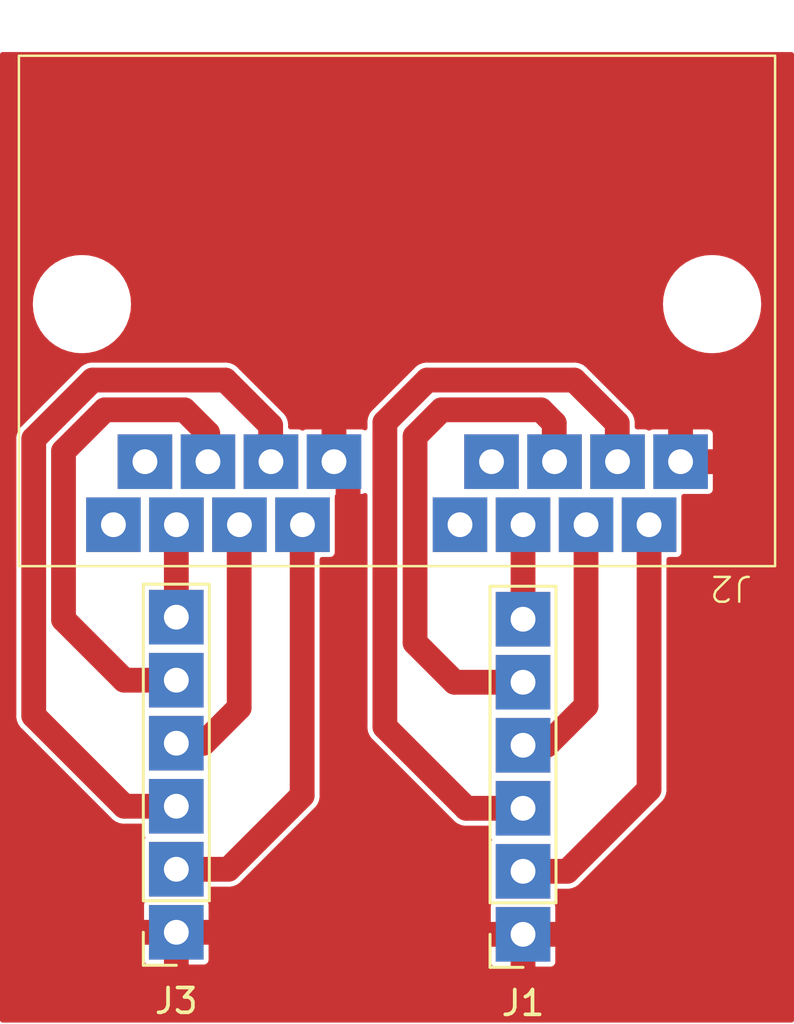
<source format=kicad_pcb>
(kicad_pcb (version 20221018) (generator pcbnew)
  (layers (0 "F.Cu" signal) (31 "B.Cu" signal) (34 "B.Paste" user) (35 "F.Paste" user) (36 "B.SilkS" user "B.Silkscreen") (37 "F.SilkS" user "F.Silkscreen") (38 "B.Mask" user) (39 "F.Mask" user) (44 "Edge.Cuts" user))
  (net 0 "")
  (net 1 "GND")
  (net 2 "/Ethernet_Breakout/Blue")
  (net 3 "/Ethernet_Breakout/Blue_White")
  (net 4 "/Ethernet_Breakout/Green")
  (net 5 "/Ethernet_Breakout/Green_White")
  (net 6 "/Ethernet_Breakout/Orange")
  (net 9 "/Ethernet_Breakout/Blue_2")
  (net 10 "/Ethernet_Breakout/Blue_White_2")
  (net 11 "/Ethernet_Breakout/Green_2")
  (net 12 "/Ethernet_Breakout/Green_White_2")
  (net 13 "/Ethernet_Breakout/Orange_2")
  (footprint "TE_2xRJ45:TE_2xRJ45" (layer "F.Cu") (at 16.002 10.435 180)
    (fp_text reference "J2" (at -13.462 -11.176 180 unlocked) (layer "F.SilkS") (effects (font (thickness 0.1))))
    (fp_text value "2xRJ_45")
    (fp_rect (start 15.24 10.285) (end -15.24 -10.285) (stroke (width 0.1)) (fill none) (layer "F.SilkS"))
    (pad "" np_thru_hole circle (at -12.7 0.275 180) (size 3.25 3.25) (drill 3.45) (layers "F&B.Cu" "*.Mask"))
    (pad "" np_thru_hole circle (at 12.7 0.275 180) (size 3.45 3.45) (drill 3.45) (layers "F&B.Cu" "*.Mask"))
    (pad "1_1" thru_hole rect (at -11.43 -6.075 180) (size 2.2 2.2) (drill 1) (layers "*.Cu" "*.Mask") (net 1 "GND"))
    (pad "1_2" thru_hole rect (at -10.16 -8.615 180) (size 2.2 2.2) (drill 1) (layers "*.Cu" "*.Mask") (net 2 "/Ethernet_Breakout/Blue"))
    (pad "1_3" thru_hole rect (at -8.89 -6.075 180) (size 2.2 2.2) (drill 1) (layers "*.Cu" "*.Mask") (net 3 "/Ethernet_Breakout/Blue_White"))
    (pad "1_4" thru_hole rect (at -7.62 -8.615 180) (size 2.2 2.2) (drill 1) (layers "*.Cu" "*.Mask") (net 4 "/Ethernet_Breakout/Green"))
    (pad "1_5" thru_hole rect (at -6.35 -6.075 180) (size 2.2 2.2) (drill 1) (layers "*.Cu" "*.Mask") (net 5 "/Ethernet_Breakout/Green_White"))
    (pad "1_6" thru_hole rect (at -5.08 -8.615 180) (size 2.2 2.2) (drill 1) (layers "*.Cu" "*.Mask") (net 6 "/Ethernet_Breakout/Orange"))
    (pad "1_7" thru_hole rect (at -3.81 -6.075 180) (size 2.2 2.2) (drill 1) (layers "*.Cu" "*.Mask"))
    (pad "1_8" thru_hole rect (at -2.54 -8.615 180) (size 2.2 2.2) (drill 1) (layers "*.Cu" "*.Mask"))
    (pad "2_1" thru_hole rect (at 2.54 -6.075 180) (size 2.2 2.2) (drill 1) (layers "*.Cu" "*.Mask") (net 1 "GND"))
    (pad "2_2" thru_hole rect (at 3.81 -8.615 180) (size 2.2 2.2) (drill 1) (layers "*.Cu" "*.Mask") (net 9 "/Ethernet_Breakout/Blue_2"))
    (pad "2_3" thru_hole rect (at 5.08 -6.075 180) (size 2.2 2.2) (drill 1) (layers "*.Cu" "*.Mask") (net 10 "/Ethernet_Breakout/Blue_White_2"))
    (pad "2_4" thru_hole rect (at 6.35 -8.615 180) (size 2.2 2.2) (drill 1) (layers "*.Cu" "*.Mask") (net 11 "/Ethernet_Breakout/Green_2"))
    (pad "2_5" thru_hole rect (at 7.62 -6.075 180) (size 2.2 2.2) (drill 1) (layers "*.Cu" "*.Mask") (net 12 "/Ethernet_Breakout/Green_White_2"))
    (pad "2_6" thru_hole rect (at 8.89 -8.615 180) (size 2.2 2.2) (drill 1) (layers "*.Cu" "*.Mask") (net 13 "/Ethernet_Breakout/Orange_2"))
    (pad "2_7" thru_hole rect (at 10.16 -6.075 180) (size 2.2 2.2) (drill 1) (layers "*.Cu" "*.Mask"))
    (pad "2_8" thru_hole rect (at 11.43 -8.615 180) (size 2.2 2.2) (drill 1) (layers "*.Cu" "*.Mask"))
  )
  (footprint "Connector_PinSocket_2.54mm:PinSocket_1x06_P2.54mm_Vertical" (layer "F.Cu") (at 7.107 35.477 180)
    (fp_text reference "J3" (at 0 -2.77) (layer "F.SilkS"))
    (fp_text value "Conn_01x06_Pin" hide)
    (fp_line (start -1.33 1.27) (end -1.33 14.03) (stroke (width 0.12)) (layer "F.SilkS"))
    (fp_line (start -1.33 1.27) (end 1.33 1.27) (stroke (width 0.12)) (layer "F.SilkS"))
    (fp_line (start -1.33 14.03) (end 1.33 14.03) (stroke (width 0.12)) (layer "F.SilkS"))
    (fp_line (start 0 -1.33) (end 1.33 -1.33) (stroke (width 0.12)) (layer "F.SilkS"))
    (fp_line (start 1.33 -1.33) (end 1.33 0) (stroke (width 0.12)) (layer "F.SilkS"))
    (fp_line (start 1.33 1.27) (end 1.33 14.03) (stroke (width 0.12)) (layer "F.SilkS"))
    (pad "1" thru_hole rect (at 0 0 180) (size 2.2 2.2) (drill 1) (layers "*.Cu" "*.Mask") (net 1 "GND"))
    (pad "2" thru_hole rect (at 0 2.54 180) (size 2.2 2.2) (drill 1) (layers "*.Cu" "*.Mask") (net 9 "/Ethernet_Breakout/Blue_2"))
    (pad "3" thru_hole rect (at 0 5.08 180) (size 2.2 2.2) (drill 1) (layers "*.Cu" "*.Mask") (net 10 "/Ethernet_Breakout/Blue_White_2"))
    (pad "4" thru_hole rect (at 0 7.62 180) (size 2.2 2.2) (drill 1) (layers "*.Cu" "*.Mask") (net 11 "/Ethernet_Breakout/Green_2"))
    (pad "5" thru_hole rect (at 0 10.16 180) (size 2.2 2.2) (drill 1) (layers "*.Cu" "*.Mask") (net 12 "/Ethernet_Breakout/Green_White_2"))
    (pad "6" thru_hole rect (at 0 12.7 180) (size 2.2 2.2) (drill 1) (layers "*.Cu" "*.Mask") (net 13 "/Ethernet_Breakout/Orange_2"))
  )
  (footprint "Connector_PinSocket_2.54mm:PinSocket_1x06_P2.54mm_Vertical" (layer "F.Cu") (at 21.082 35.56 180)
    (fp_text reference "J1" (at 0 -2.77 180) (layer "F.SilkS"))
    (fp_text value "Conn_01x06_Pin")
    (fp_line (start -1.33 1.27) (end -1.33 14.03) (stroke (width 0.12)) (layer "F.SilkS"))
    (fp_line (start -1.33 1.27) (end 1.33 1.27) (stroke (width 0.12)) (layer "F.SilkS"))
    (fp_line (start -1.33 14.03) (end 1.33 14.03) (stroke (width 0.12)) (layer "F.SilkS"))
    (fp_line (start 0 -1.33) (end 1.33 -1.33) (stroke (width 0.12)) (layer "F.SilkS"))
    (fp_line (start 1.33 -1.33) (end 1.33 0) (stroke (width 0.12)) (layer "F.SilkS"))
    (fp_line (start 1.33 1.27) (end 1.33 14.03) (stroke (width 0.12)) (layer "F.SilkS"))
    (pad "1" thru_hole rect (at 0 0 180) (size 2.2 2.2) (drill 1) (layers "*.Cu" "*.Mask") (net 1 "GND"))
    (pad "2" thru_hole rect (at 0 2.54 180) (size 2.2 2.2) (drill 1) (layers "*.Cu" "*.Mask") (net 2 "/Ethernet_Breakout/Blue"))
    (pad "3" thru_hole rect (at 0 5.08 180) (size 2.2 2.2) (drill 1) (layers "*.Cu" "*.Mask") (net 3 "/Ethernet_Breakout/Blue_White"))
    (pad "4" thru_hole rect (at 0 7.62 180) (size 2.2 2.2) (drill 1) (layers "*.Cu" "*.Mask") (net 4 "/Ethernet_Breakout/Green"))
    (pad "5" thru_hole rect (at 0 10.16 180) (size 2.2 2.2) (drill 1) (layers "*.Cu" "*.Mask") (net 5 "/Ethernet_Breakout/Green_White"))
    (pad "6" thru_hole rect (at 0 12.7 180) (size 2.2 2.2) (drill 1) (layers "*.Cu" "*.Mask") (net 6 "/Ethernet_Breakout/Orange"))
  )
  (segment (start 14.03 17) (end 14.03 18.524) (width 1) (layer "F.Cu") (net 1))
  (segment (start 21.082 33.02) (end 22.86 33.02) (width 1) (layer "F.Cu") (net 2))
  (segment (start 22.86 33.02) (end 26.162 29.718) (width 1) (layer "F.Cu") (net 2))
  (segment (start 26.162 29.718) (end 26.162 19.05) (width 1) (layer "F.Cu") (net 2))
  (segment (start 15.514 27.198) (end 18.796 30.48) (width 1) (layer "F.Cu") (net 3))
  (segment (start 24.88 16.42) (end 24.88 14.96) (width 1) (layer "F.Cu") (net 3))
  (segment (start 17.222 13.22) (end 15.514 14.928) (width 1) (layer "F.Cu") (net 3))
  (segment (start 23.14 13.22) (end 17.222 13.22) (width 1) (layer "F.Cu") (net 3))
  (segment (start 18.796 30.48) (end 21.082 30.48) (width 1) (layer "F.Cu") (net 3))
  (segment (start 24.88 14.96) (end 23.14 13.22) (width 1) (layer "F.Cu") (net 3))
  (segment (start 15.514 14.928) (end 15.514 27.198) (width 1) (layer "F.Cu") (net 3))
  (segment (start 23.622 26.3525) (end 23.622 19.05) (width 1) (layer "F.Cu") (net 4))
  (segment (start 22.0345 27.94) (end 23.622 26.3525) (width 1) (layer "F.Cu") (net 4))
  (segment (start 21.082 27.94) (end 22.0345 27.94) (width 1) (layer "F.Cu") (net 4))
  (segment (start 18.322 25.4) (end 21.082 25.4) (width 1) (layer "F.Cu") (net 5))
  (segment (start 21.8 14.42) (end 17.8 14.42) (width 1) (layer "F.Cu") (net 5))
  (segment (start 16.73 15.49) (end 16.73 23.808) (width 1) (layer "F.Cu") (net 5))
  (segment (start 16.73 23.808) (end 18.322 25.4) (width 1) (layer "F.Cu") (net 5))
  (segment (start 22.34 16.42) (end 22.34 14.96) (width 1) (layer "F.Cu") (net 5))
  (segment (start 17.8 14.42) (end 16.73 15.49) (width 1) (layer "F.Cu") (net 5))
  (segment (start 22.34 14.96) (end 21.8 14.42) (width 1) (layer "F.Cu") (net 5))
  (segment (start 21.082 19.05) (end 21.082 22.86) (width 1) (layer "F.Cu") (net 6))
  (segment (start 12.18 18.96) (end 12.18 29.964) (width 1) (layer "F.Cu") (net 9))
  (segment (start 9.207 32.937) (end 7.107 32.937) (width 1) (layer "F.Cu") (net 9))
  (segment (start 12.18 29.964) (end 9.207 32.937) (width 1) (layer "F.Cu") (net 9))
  (segment (start 10.91 15.05) (end 10.91 16.42) (width 1) (layer "F.Cu") (net 10))
  (segment (start 9.08 13.22) (end 10.91 15.05) (width 1) (layer "F.Cu") (net 10))
  (segment (start 3.732944 13.22) (end 9.08 13.22) (width 1) (layer "F.Cu") (net 10))
  (segment (start 7.107 30.397) (end 5.007 30.397) (width 1) (layer "F.Cu") (net 10))
  (segment (start 1.36 26.75) (end 1.36 15.592944) (width 1) (layer "F.Cu") (net 10))
  (segment (start 1.36 15.592944) (end 3.732944 13.22) (width 1) (layer "F.Cu") (net 10))
  (segment (start 5.007 30.397) (end 1.36 26.75) (width 1) (layer "F.Cu") (net 10))
  (segment (start 9.64 26.428) (end 8.211 27.857) (width 1) (layer "F.Cu") (net 11))
  (segment (start 8.211 27.857) (end 7.107 27.857) (width 1) (layer "F.Cu") (net 11))
  (segment (start 9.64 18.96) (end 9.64 26.428) (width 1) (layer "F.Cu") (net 11))
  (segment (start 2.56 22.87) (end 2.56 16.09) (width 1) (layer "F.Cu") (net 12))
  (segment (start 7.107 25.317) (end 5.007 25.317) (width 1) (layer "F.Cu") (net 12))
  (segment (start 5.007 25.317) (end 2.56 22.87) (width 1) (layer "F.Cu") (net 12))
  (segment (start 8.37 15.36) (end 8.37 16.42) (width 1) (layer "F.Cu") (net 12))
  (segment (start 7.43 14.42) (end 8.37 15.36) (width 1) (layer "F.Cu") (net 12))
  (segment (start 2.56 16.09) (end 4.23 14.42) (width 1) (layer "F.Cu") (net 12))
  (segment (start 4.23 14.42) (end 7.43 14.42) (width 1) (layer "F.Cu") (net 12))
  (segment (start 7.107 18.967) (end 7.1 18.96) (width 1) (layer "F.Cu") (net 13))
  (segment (start 7.107 22.777) (end 7.107 18.967) (width 1) (layer "F.Cu") (net 13))
  (zone (net 1) (net_name "GND") (layer "F.Cu") (connect_pads (clearance 0.2)) (min_thickness 0.2) (fill yes (thermal_gap 0.2) (thermal_bridge_width 1))
    (polygon (pts (xy 0 0) (xy 0 39.116) (xy 32.004 39.116) (xy 32.004 0)))
  )
)
</source>
